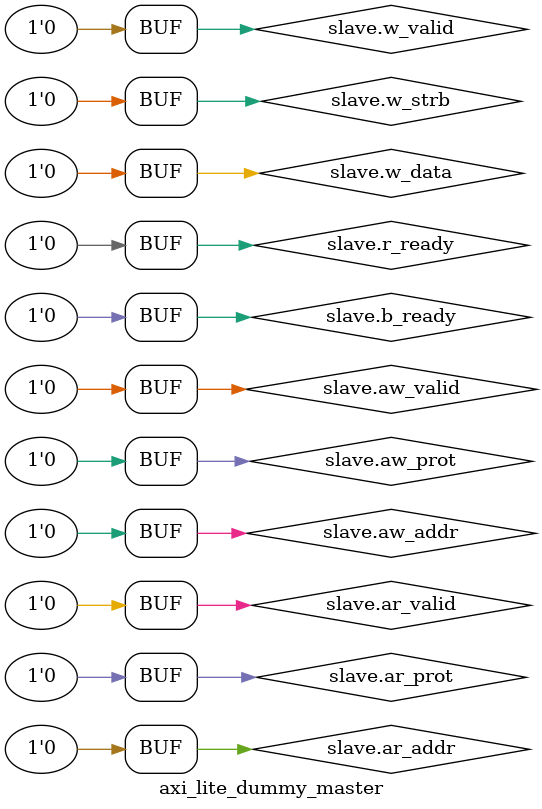
<source format=sv>
/*
 * Copyright (c) 2018, Gary Guo
 * All rights reserved.
 *
 * Redistribution and use in source and binary forms, with or without
 * modification, are permitted provided that the following conditions are met:
 *
 *  * Redistributions of source code must retain the above copyright notice,
 *    this list of conditions and the following disclaimer.
 *  * Redistributions in binary form must reproduce the above copyright
 *    notice, this list of conditions and the following disclaimer in the
 *    documentation and/or other materials provided with the distribution.
 *
 * THIS SOFTWARE IS PROVIDED BY THE AUTHOR AND CONTRIBUTORS ``AS IS'' AND ANY
 * EXPRESS OR IMPLIED WARRANTIES, INCLUDING, BUT NOT LIMITED TO, THE IMPLIED
 * WARRANTIES OF MERCHANTABILITY AND FITNESS FOR A PARTICULAR PURPOSE ARE
 * DISCLAIMED. IN NO EVENT SHALL THE AUTHOR OR CONTRIBUTORS BE LIABLE FOR ANY
 * DIRECT, INDIRECT, INCIDENTAL, SPECIAL, EXEMPLARY, OR CONSEQUENTIAL DAMAGES
 * (INCLUDING, BUT NOT LIMITED TO, PROCUREMENT OF SUBSTITUTE GOODS OR
 * SERVICES; LOSS OF USE, DATA, OR PROFITS; OR BUSINESS INTERRUPTION) HOWEVER
 * CAUSED AND ON ANY THEORY OF LIABILITY, WHETHER IN CONTRACT, STRICT
 * LIABILITY, OR TORT (INCLUDING NEGLIGENCE OR OTHERWISE) ARISING IN ANY WAY
 * OUT OF THE USE OF THIS SOFTWARE, EVEN IF ADVISED OF THE POSSIBILITY OF SUCH
 * DAMAGE.
 */

// A dummy AXI-Lite master device that never sends requests. Useful for prototyping.
module axi_lite_dummy_master (
    axi_lite_channel.master slave
);

    assign slave.aw_addr  = '0;
    assign slave.aw_prot  = 3'h0;
    assign slave.aw_valid = 1'b0;

    assign slave.w_data   = '0;
    assign slave.w_strb   = '0;
    assign slave.w_valid  = 1'b0;

    assign slave.b_ready  = 1'b0;

    assign slave.ar_addr  = '0;
    assign slave.ar_prot  = 3'h0;
    assign slave.ar_valid = 1'b0;

    assign slave.r_ready  = 1'b0;

endmodule

</source>
